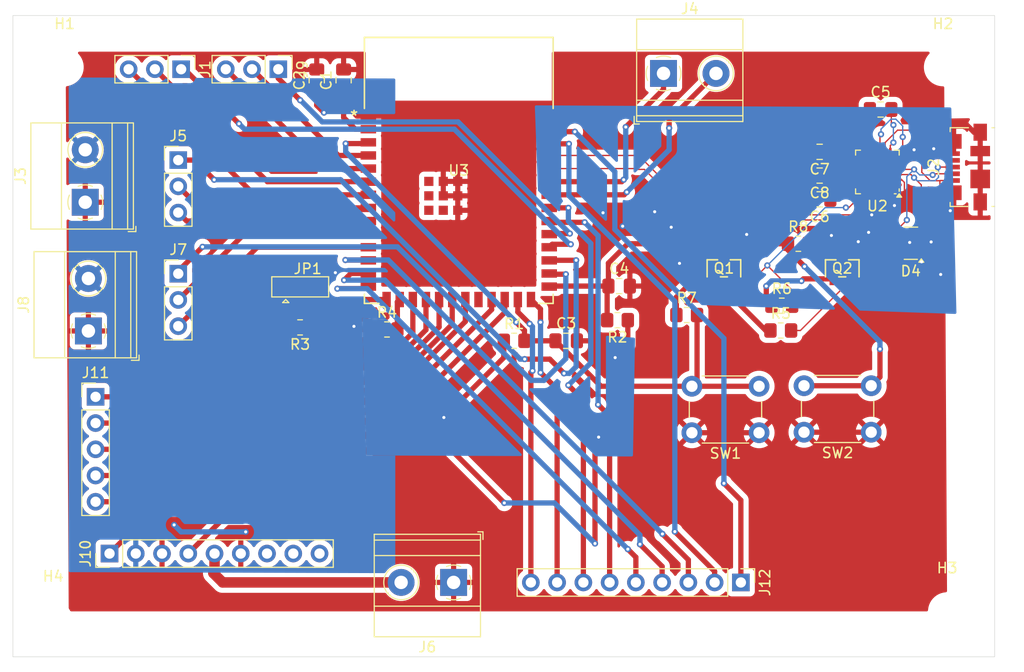
<source format=kicad_pcb>
(kicad_pcb (version 20240108) (generator "pcbnew") (generator_version "8.0")
  (layers (0 "F.Cu" signal) (31 "B.Cu" signal) (34 "B.Paste" user) (35 "F.Paste" user) (36 "B.SilkS" user "B.Silkscreen") (37 "F.SilkS" user "F.Silkscreen") (38 "B.Mask" user) (39 "F.Mask" user) (44 "Edge.Cuts" user))
  (net 0 "")
  (net 1 "+3V3")
  (net 2 "/CHIP_PU")
  (net 3 "/GPIO0_STRAPPING")
  (net 4 "Net-(U2-VPP)")
  (net 5 "+5V")
  (net 6 "GND")
  (net 7 "/MOTOR2ENA")
  (net 8 "/UWBINT")
  (net 9 "/MOTOR2ENB")
  (net 10 "/MOTOR3ENA")
  (net 11 "/D+")
  (net 12 "/D-")
  (net 13 "/MOTOR3ENB")
  (net 14 "/MOTOR4ENB")
  (net 16 "Net-(JP1-C)")
  (net 17 "/temp_Sensor")
  (net 20 "/pH_Sensor")
  (net 21 "/RTS")
  (net 22 "/DTR")
  (net 23 "/GPIO3_STRAPPING")
  (net 24 "/GPIO46_STRAPPING")
  (net 25 "/MOTOR4PWM")
  (net 26 "/MOTOR4ENA")
  (net 27 "/MOTOR1ENB")
  (net 28 "/Moisture_Sensor_Output")
  (net 29 "/MOTOR1ENA")
  (net 30 "/LINACT+")
  (net 31 "/GPIO19")
  (net 32 "/LINACT-")
  (net 33 "/GPIO1")
  (net 34 "/UWBMOSI")
  (net 35 "/GPIO45")
  (net 36 "/MOTOR1PWM")
  (net 37 "/GPIO39")
  (net 38 "/GPIO40")
  (net 39 "/RXD")
  (net 40 "/UWBMISO")
  (net 41 "/GPIO8")
  (net 42 "/GPIO20")
  (net 43 "/MOSITURE_SENSOR_OUTPUT")
  (net 44 "/MOTOR2PWM")
  (net 45 "/UWBCLK")
  (net 46 "/TXD")
  (net 47 "/UWBCS")
  (net 48 "/GPIO48")
  (net 49 "/MOTOR3PWM")
  (net 52 "/GPIO2")
  (net 62 "+VBUS")
  (net 63 "Net-(Q1-Pad1)")
  (net 64 "Net-(Q2-Pad1)")
  (net 65 "Net-(Q1-Pad3)")
  (net 66 "Net-(Q2-Pad3)")
  (net 67 "Net-(U2-VDD)")
  (net 68 "Net-(U2-REGIN)")
  (net 69 "VBUS")
  (footprint "TerminalBlock_Phoenix:TerminalBlock_Phoenix_MKDS-1,5-2-5.08_1x02_P5.08mm_Horizontal" (layer "F.Cu") (at 57.305 105.545 90)
    (property "Reference" "J8")
    (property "Value" "Screw_Terminal_01x02")
  )
  (footprint "Connector_PinHeader_2.54mm:PinHeader_1x03_P2.54mm_Vertical" (layer "F.Cu") (at 66.28 80.2 -90)
    (property "Reference" "J1")
    (property "Value" "Conn_01x03_Pin")
  )
  (footprint "ESP32 S3 WROOM 1 N16R8:ESP32-S3-WROOM-1_EXP" (layer "F.Cu") (at 93.1445 90)
    (property "Reference" "U3")
    (property "Value" "ESP32-S3-WROOM-1-N16R8")
  )
  (footprint "SS8050-G:TRAN_SS8050-G_CIP" (layer "F.Cu") (at 130.250001 99.479001)
    (property "Reference" "Q2")
    (property "Value" "SS8050-G")
  )
  (footprint "Capacitor_SMD:C_0805_2012Metric_Pad1.18x1.45mm_HandSolder" (layer "F.Cu") (at 103.5375 106.5)
    (property "Reference" "C3")
    (property "Value" "1 uF")
  )
  (footprint "SS8050-G:TRAN_SS8050-G_CIP" (layer "F.Cu") (at 118.8 99.479001)
    (property "Reference" "Q1")
    (property "Value" "SS8050-G")
  )
  (footprint "Connector_PinHeader_2.54mm:PinHeader_1x05_P2.54mm_Vertical" (layer "F.Cu") (at 58 111.925)
    (property "Reference" "J11")
    (property "Value" "UWB SIGNALS")
  )
  (footprint "Resistor_SMD:R_0805_2012Metric_Pad1.20x1.40mm_HandSolder" (layer "F.Cu") (at 98.5 106.5)
    (property "Reference" "R1")
    (property "Value" "100k")
  )
  (footprint "MountingHole:MountingHole_3.2mm_M3" (layer "F.Cu") (at 140 80)
    (property "Reference" "H2")
    (property "Value" "MountingHole")
  )
  (footprint "TerminalBlock_Phoenix:TerminalBlock_Phoenix_MKDS-1,5-2-5.08_1x02_P5.08mm_Horizontal" (layer "F.Cu") (at 92.645 129.895 180)
    (property "Reference" "J6")
    (property "Value" "Screw_Terminal_01x02")
  )
  (footprint "Capacitor_SMD:C_0805_2012Metric_Pad1.18x1.45mm_HandSolder" (layer "F.Cu") (at 128.0625 92.8 180)
    (property "Reference" "C6")
    (property "Value" "4.7uF")
  )
  (footprint "Capacitor_SMD:C_0805_2012Metric_Pad1.18x1.45mm_HandSolder" (layer "F.Cu") (at 79.4 81.2625 90)
    (property "Reference" "C2")
    (property "Value" "100 n")
  )
  (footprint "Jumper:SolderJumper-3_P2.0mm_Open_TrianglePad1.0x1.5mm" (layer "F.Cu") (at 77.8 101.3)
    (property "Reference" "JP1")
    (property "Value" "SolderJumper_3_Open")
  )
  (footprint "Capacitor_SMD:C_0805_2012Metric_Pad1.18x1.45mm_HandSolder" (layer "F.Cu") (at 82 81.2625 90)
    (property "Reference" "C1")
    (property "Value" "10 uF")
  )
  (footprint "Resistor_SMD:R_0805_2012Metric_Pad1.20x1.40mm_HandSolder" (layer "F.Cu") (at 124.4 103.1)
    (property "Reference" "R6")
    (property "Value" "10k")
  )
  (footprint "Package_TO_SOT_SMD:SOT-143" (layer "F.Cu") (at 136.9 97.05 180)
    (property "Reference" "D4")
    (property "Value" "SP0503BAHT")
  )
  (footprint "Resistor_SMD:R_0805_2012Metric" (layer "F.Cu") (at 77.7875 105.2 180)
    (property "Reference" "R3")
    (property "Value" "1k")
  )
  (footprint "TerminalBlock_Phoenix:TerminalBlock_Phoenix_MKDS-1,5-2-5.08_1x02_P5.08mm_Horizontal" (layer "F.Cu") (at 57 93.08 90)
    (property "Reference" "J3")
    (property "Value" "Moisture_Power")
  )
  (footprint "Resistor_SMD:R_0805_2012Metric_Pad1.20x1.40mm_HandSolder" (layer "F.Cu") (at 115.2 104)
    (property "Reference" "R7")
    (property "Value" "10k")
  )
  (footprint "Resistor_SMD:R_0805_2012Metric_Pad1.20x1.40mm_HandSolder" (layer "F.Cu") (at 86.2 105.4)
    (property "Reference" "R4")
    (property "Value" "1k")
  )
  (footprint "Connector_PinHeader_2.54mm:PinHeader_1x09_P2.54mm_Vertical" (layer "F.Cu") (at 120.44 129.9 -90)
    (property "Reference" "J12")
    (property "Value" "Conn_01x09_Pin")
  )
  (footprint "Connector_PinHeader_2.54mm:PinHeader_1x09_P2.54mm_Vertical" (layer "F.Cu") (at 59.35 127.1 90)
    (property "Reference" "J10")
    (property "Value" "SENSORS")
  )
  (footprint "Package_DFN_QFN:QFN-24-1EP_4x4mm_P0.5mm_EP2.6x2.6mm" (layer "F.Cu") (at 133.65 90.15 180)
    (property "Reference" "U2")
    (property "Value" "CP2104")
  )
  (footprint "Resistor_SMD:R_0805_2012Metric_Pad1.20x1.40mm_HandSolder" (layer "F.Cu") (at 124.3 105.5)
    (property "Reference" "R5")
    (property "Value" "10k")
  )
  (footprint "Connector_PinHeader_2.54mm:PinHeader_1x03_P2.54mm_Vertical" (layer "F.Cu") (at 75.68 80.2 -90)
    (property "Reference" "J9")
    (property "Value" "Conn_01x03_Pin")
  )
  (footprint "Resistor_SMD:R_0805_2012Metric_Pad1.20x1.40mm_HandSolder" (layer "F.Cu") (at 108.5 104.5 180)
    (property "Reference" "R2")
    (property "Value" "100k")
  )
  (footprint "Connector_PinHeader_2.54mm:PinHeader_1x03_P2.54mm_Vertical" (layer "F.Cu") (at 66 100)
    (property "Reference" "J7")
    (property "Value" "Conn_01x03_Pin")
  )
  (footprint "Connector_PinHeader_2.54mm:PinHeader_1x03_P2.54mm_Vertical" (layer "F.Cu") (at 66 89)
    (property "Reference" "J5")
    (property "Value" "Conn_01x03_Pin")
  )
  (footprint "MountingHole:MountingHole_3.2mm_M3" (layer "F.Cu") (at 140.4 132.7)
    (property "Reference" "H3")
    (property "Value" "MountingHole")
  )
  (footprint "Resistor_SMD:R_0805_2012Metric_Pad1.20x1.40mm_HandSolder" (layer "F.Cu") (at 126 97.1)
    (property "Reference" "R8")
    (property "Value" "10k")
  )
  (footprint "MountingHole:MountingHole_3.2mm_M3" (layer "F.Cu") (at 55 80)
    (property "Reference" "H1")
    (property "Value" "MountingHole")
  )
  (footprint "Button_Switch_THT:SW_PUSH_6mm_H5mm" (layer "F.Cu") (at 122.2 115.4 180)
    (property "Reference" "SW1")
    (property "Value" "SW_Push")
  )
  (footprint "Button_Switch_THT:SW_PUSH_6mm_H5mm" (layer "F.Cu") (at 133.05 115.35 180)
    (property "Reference" "SW2")
    (property "Value" "SW_Push")
  )
  (footprint "Capacitor_SMD:C_0805_2012Metric_Pad1.18x1.45mm_HandSolder" (layer "F.Cu") (at 128.0625 88.2 180)
    (property "Reference" "C7")
    (property "Value" "1-5uF")
  )
  (footprint "TerminalBlock_Phoenix:TerminalBlock_Phoenix_MKDS-1,5-2-5.08_1x02_P5.08mm_Horizontal" (layer "F.Cu") (at 112.955 80.605)
    (property "Reference" "J4")
    (property "Value" "LINEAR ACTUATOR SIGNAL")
  )
  (footprint "Capacitor_SMD:C_0805_2012Metric_Pad1.18x1.45mm_HandSolder" (layer "F.Cu") (at 128.0625 90.5 180)
    (property "Reference" "C8")
    (property "Value" "0.1uF")
  )
  (footprint "Capacitor_SMD:C_0805_2012Metric_Pad1.18x1.45mm_HandSolder" (layer "F.Cu") (at 108.6625 101.2)
    (property "Reference" "C4")
    (property "Value" "1 uF")
  )
  (footprint "Capacitor_SMD:C_0805_2012Metric_Pad1.18x1.45mm_HandSolder" (layer "F.Cu") (at 133.9625 84.1)
    (property "Reference" "C5")
    (property "Value" "1uF")
  )
  (footprint "Connector_USB:USB_Micro-B_Molex_47346-0001" (layer "F.Cu") (at 142.4 89.675 90)
    (property "Reference" "J2")
    (property "Value" "USB_B_Micro")
  )
  (footprint "MountingHole:MountingHole_3.2mm_M3" (layer "F.Cu") (at 53.9 133.5)
    (property "Reference" "H4")
    (property "Value" "MountingHole")
  )
  (gr_rect (start 50 75) (end 145 137.1) (stroke (width 0.05)) (fill none) (layer "Edge.Cuts"))
  (segment (start 91.7 113.925) (end 91.7 116.35) (width 0.508) (layer "F.Cu") (net 1))
  (segment (start 79.4 82.3) (end 79.4 83.7) (width 0.508) (layer "F.Cu") (net 1))
  (segment (start 97.5 108.125) (end 91.7 113.925) (width 0.508) (layer "F.Cu") (net 1))
  (segment (start 83.1372 86.01) (end 84.3945 86.01) (width 0.508) (layer "F.Cu") (net 1))
  (segment (start 106.325 116.175) (end 106.675 115.825) (width 0.508) (layer "F.Cu") (net 1))
  (segment (start 83.3 105.4) (end 83 105.1) (width 0.508) (layer "F.Cu") (net 1))
  (segment (start 97.5 106.5) (end 97.5 108.125) (width 0.508) (layer "F.Cu") (net 1))
  (segment (start 109.5 104.5) (end 109.5 106.9) (width 0.508) (layer "F.Cu") (net 1))
  (segment (start 82 84.8728) (end 83.1372 86.01) (width 0.508) (layer "F.Cu") (net 1))
  (segment (start 109.5 106.9) (end 108.275 108.125) (width 0.508) (layer "F.Cu") (net 1))
  (segment (start 81.2 99.9) (end 79.8 101.3) (width 0.508) (layer "F.Cu") (net 1))
  (segment (start 79.4 82.3) (end 82 82.3) (width 0.508) (layer "F.Cu") (net 1))
  (segment (start 106.325 126.125) (end 106.325 116.175) (width 0.508) (layer "F.Cu") (net 1))
  (segment (start 85.2 105.4) (end 83.3 105.4) (width 0.508) (layer "F.Cu") (net 1))
  (segment (start 79.4 83.7) (end 80.1 84.4) (width 0.508) (layer "F.Cu") (net 1))
  (segment (start 91.7 116.35) (end 97.55 122.2) (width 0.508) (layer "F.Cu") (net 1))
  (segment (start 82 82.3) (end 82 84.8728) (width 0.508) (layer "F.Cu") (net 1))
  (via (at 108.275 108.125) (size 0.6) (drill 0.3) (layers "F.Cu" "B.Cu") (net 1))
  (via (at 106.675 115.825) (size 0.6) (drill 0.3) (layers "F.Cu" "B.Cu") (net 1))
  (via (at 80.1 84.4) (size 0.6) (drill 0.3) (layers "F.Cu" "B.Cu") (net 1))
  (via (at 106.325 126.125) (size 0.6) (drill 0.3) (layers "F.Cu" "B.Cu") (net 1))
  (via (at 97.55 122.2) (size 0.6) (drill 0.3) (layers "F.Cu" "B.Cu") (net 1))
  (via (at 91.7 113.925) (size 0.6) (drill 0.3) (layers "F.Cu" "B.Cu") (net 1))
  (via (at 81.2 99.9) (size 0.6) (drill 0.3) (layers "F.Cu" "B.Cu") (net 1))
  (via (at 83 105.1) (size 0.6) (drill 0.3) (layers "F.Cu" "B.Cu") (net 1))
  (segment (start 108.275 114.225) (end 108.275 108.125) (width 0.508) (layer "B.Cu") (net 1))
  (segment (start 106.675 115.825) (end 108.275 114.225) (width 0.508) (layer "B.Cu") (net 1))
  (segment (start 102.4 122.2) (end 106.325 126.125) (width 0.508) (layer "B.Cu") (net 1))
  (segment (start 97.55 122.2) (end 102.4 122.2) (width 0.508) (layer "B.Cu") (net 1))
  (segment (start 106.9 110.9) (end 102.5 106.5) (width 0.508) (layer "F.Cu") (net 2))
  (segment (start 82.2 87.4) (end 84.2745 87.4) (width 0.508) (layer "F.Cu") (net 2))
  (segment (start 84.2745 87.4) (end 84.3945 87.28) (width 0.508) (layer "F.Cu") (net 2))
  (segment (start 99.5 105.5) (end 98.7 104.7) (width 0.508) (layer "F.Cu") (net 2))
  (segment (start 102.5 106.5) (end 99.5 106.5) (width 0.508) (layer "F.Cu") (net 2))
  (segment (start 99.5 106.5) (end 99.5 105.5) (width 0.508) (layer "F.Cu") (net 2))
  (segment (start 116.2 110.4) (end 115.7 110.9) (width 0.508) (layer "F.Cu") (net 2))
  (segment (start 115.7 110.9) (end 122.2 110.9) (width 0.508) (layer "F.Cu") (net 2))
  (segment (start 116.2 104) (end 116.2 110.4) (width 0.508) (layer "F.Cu") (net 2))
  (segment (start 115.7 110.9) (end 106.9 110.9) (width 0.508) (layer "F.Cu") (net 2))
  (via (at 98.7 104.7) (size 0.6) (drill 0.3) (layers "F.Cu" "B.Cu") (net 2))
  (via (at 82.2 87.4) (size 0.6) (drill 0.3) (layers "F.Cu" "B.Cu") (net 2))
  (segment (start 82.2 88.2) (end 82.2 87.4) (width 0.508) (layer "B.Cu") (net 2))
  (segment (start 98.7 104.7) (end 82.2 88.2) (width 0.508) (layer "B.Cu") (net 2))
  (segment (start 107.5 101.325) (end 107.625 101.2) (width 0.508) (layer "F.Cu") (net 3))
  (segment (start 109.5 97.1) (end 107.625 98.975) (width 0.508) (layer "F.Cu") (net 3))
  (segment (start 125 97.7) (end 126.6 99.3) (width 0.508) (layer "F.Cu") (net 3))
  (segment (start 125 97.1) (end 109.5 97.1) (width 0.508) (layer "F.Cu") (net 3))
  (segment (start 133.9 107.3) (end 133.9 110) (width 0.508) (layer "F.Cu") (net 3))
  (segment (start 101.9445 101.2) (end 101.8945 101.25) (width 0.508) (layer "F.Cu") (net 3))
  (segment (start 107.5 104.5) (end 107.5 101.325) (width 0.508) (layer "F.Cu") (net 3))
  (segment (start 133.9 110) (end 133.05 110.85) (width 0.508) (layer "F.Cu") (net 3))
  (segment (start 126.55 110.85) (end 133.05 110.85) (width 0.508) (layer "F.Cu") (net 3))
  (segment (start 107.625 98.975) (end 107.625 101.2) (width 0.508) (layer "F.Cu") (net 3))
  (segment (start 125 97.1) (end 125 97.7) (width 0.508) (layer "F.Cu") (net 3))
  (segment (start 107.625 101.2) (end 101.9445 101.2) (width 0.508) (layer "F.Cu") (net 3))
  (via (at 133.9 107.3) (size 0.6) (drill 0.3) (layers "F.Cu" "B.Cu") (net 3))
  (via (at 126.6 99.3) (size 0.6) (drill 0.3) (layers "F.Cu" "B.Cu") (net 3))
  (segment (start 133.9 106.6) (end 133.9 107.3) (width 0.508) (layer "B.Cu") (net 3))
  (segment (start 126.6 99.3) (end 133.9 106.6) (width 0.508) (layer "B.Cu") (net 3))
  (segment (start 129.1 92.8) (end 129.1 92.075) (width 0.127) (layer "F.Cu") (net 4))
  (segment (start 129.1 92.075) (end 130.775 90.4) (width 0.127) (layer "F.Cu") (net 4))
  (segment (start 130.775 90.4) (end 131.7125 90.4) (width 0.127) (layer "F.Cu") (net 4))
  (segment (start 69.51 128.89) (end 69.51 127.1) (width 1.016) (layer "F.Cu") (net 5))
  (segment (start 69.4 129) (end 69.51 128.89) (width 1.016) (layer "F.Cu") (net 5))
  (segment (start 70.295 129.895) (end 69.4 129) (width 1.016) (layer "F.Cu") (net 5))
  (segment (start 87.565 129.895) (end 70.295 129.895) (width 1.016) (layer "F.Cu") (net 5))
  (segment (start 135.999999 90.9) (end 136.2635 91.163501) (width 0.127) (layer "F.Cu") (net 6))
  (segment (start 143.6 86.3) (end 143 86.3) (width 0.508) (layer "F.Cu") (net 6))
  (segment (start 140.94 88.375) (end 139.575 88.375) (width 0.127) (layer "F.Cu") (net 6))
  (segment (start 134.4 90.9) (end 133.65 90.15) (width 0.127) (layer "F.Cu") (net 6))
  (segment (start 136.2635 91.163501) (end 136.2635 92.4365) (width 0.127) (layer "F.Cu") (net 6))
  (segment (start 136.2635 92.4365) (end 135.3 93.4) (width 0.127) (layer "F.Cu") (net 6))
  (segment (start 139.775 100.075) (end 140.7 99.15) (width 0.508) (layer "F.Cu") (net 6))
  (segment (start 139.025 86.175) (end 139.025 87.825) (width 0.508) (layer "F.Cu") (net 6))
  (segment (start 126.55 115.35) (end 133.05 115.35) (width 0.508) (layer "F.Cu") (net 6))
  (segment (start 139.775 85.425) (end 139.025 86.175) (width 0.508) (layer "F.Cu") (net 6))
  (segment (start 135.5875 90.9) (end 135.999999 90.9) (width 0.127) (layer "F.Cu") (net 6))
  (segment (start 141.025 92.1625) (end 141.025 93.575) (width 0.508) (layer "F.Cu") (net 6))
  (segment (start 141.025 93.575) (end 140.7 93.9) (width 0.508) (layer "F.Cu") (net 6))
  (segment (start 143 86.3) (end 142.125 85.425) (width 0.508) (layer "F.Cu") (net 6))
  (segment (start 142.125 85.425) (end 139.775 85.425) (width 0.508) (layer "F.Cu") (net 6))
  (segment (start 115.7 115.4) (end 122.2 115.4) (width 0.508) (layer "F.Cu") (net 6))
  (segment (start 139.575 88.375) (end 139.1 87.9) (width 0.127) (layer "F.Cu") (net 6))
  (segment (start 139.025 87.825) (end 139.1 87.9) (width 0.508) (layer "F.Cu") (net 6))
  (segment (start 140.7 99.15) (end 140.7 93.9) (width 0.508) (layer "F.Cu") (net 6))
  (segment (start 135.5875 90.9) (end 134.4 90.9) (width 0.127) (layer "F.Cu") (net 6))
  (via (at 135.3 93.4) (size 0.6) (drill 0.3) (layers "F.Cu" "B.Cu") (net 6))
  (via (at 109 95.4) (size 0.6) (drill 0.3) (layers "F.Cu" "B.Cu") (net 6))
  (via (at 107.1 94.1) (size 0.6) (drill 0.3) (layers "F.Cu" "B.Cu") (net 6))
  (via (at 72.525 125) (size 0.6) (drill 0.3) (layers "F.Cu" "B.Cu") (net 6))
  (via (at 129.2 96.3) (size 0.6) (drill 0.3) (layers "F.Cu" "B.Cu") (net 6))
  (via (at 136.775 96.975) (size 0.6) (drill 0.3) (layers "F.Cu" "B.Cu") (net 6))
  (via (at 132.8 96) (size 0.6) (drill 0.3) (layers "F.Cu" "B.Cu") (net 6))
  (via (at 139.1 87.9) (size 0.6) (drill 0.3) (layers "F.Cu" "B.Cu") (net 6))
  (via (at 137.925 98.85) (size 0.6) (drill 0.3) (layers "F.Cu" "B.Cu") (net 6))
  (via (at 140.7 93.9) (size 0.6) (drill 0.3) (layers "F.Cu" "B.Cu") (net 6))
  (via (at 114.5 99) (size 0.6) (drill 0.3) (layers "F.Cu" "B.Cu") (net 6))
  (via (at 138.85 96.925) (size 0.6) (drill 0.3) (layers "F.Cu" "B.Cu") (net 6))
  (via (at 113.7 95.5) (size 0.6) (drill 0.3) (layers "F.Cu" "B.Cu") (net 6))
  (via (at 121 96.2) (size 0.6) (drill 0.3) (layers "F.Cu" "B.Cu") (net 6))
  (via (at 139.775 100.075) (size 0.6) (drill 0.3) (layers "F.Cu" "B.Cu") (net 6))
  (via (at 137.2 88) (size 0.6) (drill 0.3) (layers "F.Cu" "B.Cu") (net 6))
  (via (at 112.1 94) (size 0.6) (drill 0.3) (layers "F.Cu" "B.Cu") (net 6))
  (via (at 131.8 96.9) (size 0.6) (drill 0.3) (layers "F.Cu" "B.Cu") (net 6))
  (via (at 65.6 124.325) (size 0.6) (drill 0.3) (layers "F.Cu" "B.Cu") (net 6))
  (via (at 133.1 94.3) (size 0.6) (drill 0.3) (layers "F.Cu" "B.Cu") (net 6))
  (segment (start 66.275 125) (end 72.525 125) (width 0.508) (layer "B.Cu") (net 6))
  (segment (start 113.7 98.2) (end 114.5 99) (width 0.508) (layer "B.Cu") (net 6))
  (segment (start 65.6 124.325) (end 66.275 125) (width 0.508) (layer "B.Cu") (net 6))
  (segment (start 113.7 95.5) (end 113.7 98.2) (width 0.508) (layer "B.Cu") (net 6))
  (segment (start 74.63 91.09) (end 84.3945 91.09) (width 0.508) (layer "F.Cu") (net 7))
  (segment (start 63.74 80.2) (end 74.63 91.09) (width 0.508) (layer "F.Cu") (net 7))
  (segment (start 58 122.085) (end 76.32259 122.085) (width 0.508) (layer "F.Cu") (net 8))
  (segment (start 93.7795 104.62809) (end 93.7795 102.5) (width 0.508) (layer "F.Cu") (net 8))
  (segment (start 76.32259 122.085) (end 93.7795 104.62809) (width 0.508) (layer "F.Cu") (net 8))
  (segment (start 61.2 80.2) (end 73.36 92.36) (width 0.508) (layer "F.Cu") (net 9))
  (segment (start 73.36 92.36) (end 84.3945 92.36) (width 0.508) (layer "F.Cu") (net 9))
  (segment (start 66 91.54) (end 68.09 93.63) (width 0.508) (layer "F.Cu") (net 10))
  (segment (start 68.09 93.63) (end 84.3945 93.63) (width 0.508) (layer "F.Cu") (net 10))
  (segment (start 136.9 90.4) (end 135.5875 90.4) (width 0.127) (layer "F.Cu") (net 11))
  (segment (start 140.94 89.675) (end 139.525 89.675) (width 0.127) (layer "F.Cu") (net 11))
  (segment (start 137.2 90.7) (end 137.9 91.4) (width 0.127) (layer "F.Cu") (net 11))
  (segment (start 139.525 89.675) (end 139.5 89.7) (width 0.127) (layer "F.Cu") (net 11))
  (segment (start 137.2 90.7) (end 136.9 90.4) (width 0.127) (layer "F.Cu") (net 11))
  (segment (start 137.9 91.4) (end 137.9 96.1) (width 0.127) (layer "F.Cu") (net 11))
  (via (at 139.5 89.7) (size 0.6) (drill 0.3) (layers "F.Cu" "B.Cu") (net 11))
  (via (at 137.2 90.7) (size 0.6) (drill 0.3) (layers "F.Cu" "B.Cu") (net 11))
  (segment (start 139.5 89.7) (end 139.5635 89.7635) (width 0.127) (layer "B.Cu") (net 11))
  (segment (start 137.5 91) (end 137.2 90.7) (width 0.127) (layer "B.Cu") (net 11))
  (segment (start 139.23341 91) (end 137.5 91) (width 0.127) (layer "B.Cu") (net 11))
  (segment (start 139.5635 89.7635) (end 139.5635 90.66991) (width 0.127) (layer "B.Cu") (net 11))
  (segment (start 139.5635 90.66991) (end 139.23341 91) (width 0.127) (layer "B.Cu") (net 11))
  (segment (start 137.2 89.9) (end 135.5875 89.9) (width 0.127) (layer "F.Cu") (net 12))
  (segment (start 139.1115 90.325) (end 139 90.4365) (width 0.127) (layer "F.Cu") (net 12))
  (segment (start 140.94 90.325) (end 139.1115 90.325) (width 0.127) (layer "F.Cu") (net 12))
  (segment (start 135.9 95.4) (end 135.9 96.1) (width 0.127) (layer "F.Cu") (net 12))
  (segment (start 136.5 94.8) (end 135.9 95.4) (width 0.127) (layer "F.Cu") (net 12))
  (via (at 139 90.4365) (size 0.6) (drill 0.3) (layers "F.Cu" "B.Cu") (net 12))
  (via (at 136.5 94.8) (size 0.6) (drill 0.3) (layers "F.Cu" "B.Cu") (net 12))
  (via (at 137.2 89.9) (size 0.6) (drill 0.3) (layers "F.Cu" "B.Cu") (net 12))
  (segment (start 137.7365 90.4365) (end 137.2 89.9) (width 0.127) (layer "B.Cu") (net 12))
  (segment (start 137.2 89.9) (end 136.5 90.6) (width 0.127) (layer "B.Cu") (net 12))
  (segment (start 139 90.4365) (end 137.7365 90.4365) (width 0.127) (layer "B.Cu") (net 12))
  (segment (start 136.5 90.6) (end 136.5 94.8) (width 0.127) (layer "B.Cu") (net 12))
  (segment (start 66 94.08) (end 66.82 94.9) (width 0.508) (layer "F.Cu") (net 13))
  (segment (start 66.82 94.9) (end 84.3945 94.9) (width 0.508) (layer "F.Cu") (net 13))
  (segment (start 73.64 97.44) (end 84.3945 97.44) (width 0.508) (layer "F.Cu") (net 14))
  (segment (start 66 105.08) (end 73.64 97.44) (width 0.508) (layer "F.Cu") (net 14))
  (segment (start 78 102.7) (end 77.8 102.5) (width 0.508) (layer "F.Cu") (net 16))
  (segment (start 76.875 104.225) (end 78 103.1) (width 0.508) (layer "F.Cu") (net 16))
  (segment (start 78 103.1) (end 78 102.7) (width 0.508) (layer "F.Cu") (net 16))
  (segment (start 76.875 105.2) (end 76.875 104.225) (width 0.508) (layer "F.Cu") (net 16))
  (segment (start 77.8 102.5) (end 77.8 101.3) (width 0.508) (layer "F.Cu") (net 16))
  (segment (start 66.97 127.1) (end 70.495 123.575) (width 0.508) (layer "F.Cu") (net 17))
  (segment (start 70.495 123.575) (end 77.7718 123.575) (width 0.508) (layer "F.Cu") (net 17))
  (segment (start 77.7718 123.575) (end 97.5895 103.7573) (width 0.508) (layer "F.Cu") (net 17))
  (segment (start 97.5895 103.7573) (end 97.5895 102.5) (width 0.508) (layer "F.Cu") (net 17))
  (segment (start 96.3195 103.4805) (end 96.3195 102.5) (width 0.508) (layer "F.Cu") (net 20))
  (segment (start 59.35 127.1) (end 63.657 122.793) (width 0.508) (layer "F.Cu") (net 20))
  (segment (start 63.657 122.793) (end 77.007 122.793) (width 0.508) (layer "F.Cu") (net 20))
  (segment (start 77.007 122.793) (end 96.3195 103.4805) (width 0.508) (layer "F.Cu") (net 20))
  (segment (start 121.7 100.5) (end 119.750001 100.5) (width 0.127) (layer "F.Cu") (net 21))
  (segment (start 130.8875 93.6) (end 130.6 93.6) (width 0.127) (layer "F.Cu") (net 21))
  (segment (start 123 99.2) (end 125.4 101.6) (width 0.127) (layer "F.Cu") (net 21))
  (segment (start 123 99.2) (end 121.7 100.5) (width 0.127) (layer "F.Cu") (net 21))
  (segment (start 132.4 92.0875) (end 130.8875 93.6) (width 0.127) (layer "F.Cu") (net 21))
  (segment (start 125.4 101.6) (end 125.4 103.1) (width 0.127) (layer "F.Cu") (net 21))
  (via (at 123 99.2) (size 0.6) (drill 0.3) (layers "F.Cu" "B.Cu") (net 21))
  (via (at 130.6 93.6) (size 0.6) (drill 0.3) (layers "F.Cu" "B.Cu") (net 21))
  (segment (start 130.6 93.6) (end 128.6 93.6) (width 0.127) (layer "B.Cu") (net 21))
  (segment (start 128.6 93.6) (end 123 99.2) (width 0.127) (layer "B.Cu") (net 21))
  (segment (start 134.4 92.0875) (end 134.4 97.300002) (width 0.127) (layer "F.Cu") (net 22))
  (segment (start 126.200002 105.5) (end 125.3 105.5) (width 0.127) (layer "F.Cu") (net 22))
  (segment (start 134.4 97.300002) (end 131.200002 100.5) (width 0.127) (layer "F.Cu") (net 22))
  (segment (start 131.200002 100.5) (end 126.200002 105.5) (width 0.127) (layer "F.Cu") (net 22))
  (segment (start 79.7 105.2) (end 82.4 102.5) (width 0.508) (layer "F.Cu") (net 23))
  (segment (start 78.7 105.2) (end 79.7 105.2) (width 0.508) (layer "F.Cu") (net 23))
  (segment (start 82.4 102.5) (end 86.1595 102.5) (width 0.508) (layer "F.Cu") (net 23))
  (segment (start 87.2 105.4) (end 87.2 102.7295) (width 0.508) (layer "F.Cu") (net 24))
  (segment (start 87.2 102.7295) (end 87.4295 102.5) (width 0.508) (layer "F.Cu") (net 24))
  (segment (start 101.9645 100.05) (end 101.8945 99.98) (width 0.508) (layer "F.Cu") (net 25))
  (segment (start 103.5 100.05) (end 101.9645 100.05) (width 0.508) (layer "F.Cu") (net 25))
  (segment (start 66 99.75) (end 68.35 97.4) (width 0.508) (layer "F.Cu") (net 25))
  (segment (start 66 100) (end 66 99.75) (width 0.508) (layer "F.Cu") (net 25))
  (via (at 68.35 97.4) (size 0.6) (drill 0.3) (layers "F.Cu" "B.Cu") (net 25))
  (via (at 103.5 100.05) (size 0.6) (drill 0.3) (layers "F.Cu" "B.Cu") (net 25))
  (segment (start 100.136227 110.327545) (end 101.397455 110.327545) (width 0.508) (layer "B.Cu") (net 25))
  (segment (start 101.397455 110.327545) (end 103.5 108.225) (width 0.508) (layer "B.Cu") (net 25))
  (segment (start 103.5 108.225) (end 103.5 100.05) (width 0.508) (layer "B.Cu") (net 25))
  (segment (start 68.35 97.4) (end 87.208682 97.4) (width 0.508) (layer "B.Cu") (net 25))
  (segment (start 87.208682 97.4) (end 100.136227 110.327545) (width 0.508) (layer "B.Cu") (net 25))
  (segment (start 72.37 96.17) (end 84.3945 96.17) (width 0.508) (layer "F.Cu") (net 26))
  (segment (start 66 102.54) (end 72.37 96.17) (width 0.508) (layer "F.Cu") (net 26))
  (segment (start 80.22 89.82) (end 84.3945 89.82) (width 0.508) (layer "F.Cu") (net 27))
  (segment (start 70.6 80.2) (end 80.22 89.82) (width 0.508) (layer "F.Cu") (net 27))
  (segment (start 81.49 88.55) (end 84.3945 88.55) (width 0.508) (layer "F.Cu") (net 29))
  (segment (start 73.14 80.2) (end 81.49 88.55) (width 0.508) (layer "F.Cu") (net 29))
  (segment (start 112.955 82.145) (end 109.3 85.8) (width 0.508) (layer "F.Cu") (net 30))
  (segment (start 112.955 80.605) (end 112.955 82.145) (width 0.508) (layer "F.Cu") (net 30))
  (segment (start 109.1 90.9) (end 108.91 91.09) (width 0.508) (layer "F.Cu") (net 30))
  (segment (start 108.91 91.09) (end 101.8945 91.09) (width 0.508) (layer "F.Cu") (net 30))
  (via (at 109.1 90.9) (size 0.6) (drill 0.3) (layers "F.Cu" "B.Cu") (net 30))
  (via (at 109.3 85.8) (size 0.6) (drill 0.3) (layers "F.Cu" "B.Cu") (net 30))
  (segment (start 109.3 90.7) (end 109.1 90.9) (width 0.508) (layer "B.Cu") (net 30))
  (segment (start 109.3 85.8) (end 109.3 90.7) (width 0.508) (layer "B.Cu") (net 30))
  (segment (start 82.05 100.625) (end 82.695 99.98) (width 0.508) (layer "F.Cu") (net 31))
  (segment (start 82.695 99.98) (end 84.3945 99.98) (width 0.508) (layer "F.Cu") (net 31))
  (segment (start 112.82 129.9) (end 112.82 128.345) (width 0.508) (layer "F.Cu") (net 31))
  (segment (start 112.82 128.345) (end 110.675 126.2) (width 0.508) (layer "F.Cu") (net 31))
  (via (at 110.675 126.2) (size 0.6) (drill 0.3) (layers "F.Cu" "B.Cu") (net 31))
  (via (at 82.05 100.625) (size 0.6) (drill 0.3) (layers "F.Cu" "B.Cu") (net 31))
  (segment (start 110.675 126.2) (end 110.675 125.308682) (width 0.508) (layer "B.Cu") (net 31))
  (segment (start 110.675 125.308682) (end 85.991318 100.625) (width 0.508) (layer "B.Cu") (net 31))
  (segment (start 85.991318 100.625) (end 82.05 100.625) (width 0.508) (layer "B.Cu") (net 31))
  (segment (start 109.14 92.36) (end 101.8945 92.36) (width 0.508) (layer "F.Cu") (net 32))
  (segment (start 118.035 80.605) (end 113.5 85.14) (width 0.508) (layer "F.Cu") (net 32))
  (segment (start 113.5 85.14) (end 113.5 85.9) (width 0.508) (layer "F.Cu") (net 32))
  (segment (start 109.4 92.1) (end 109.14 92.36) (width 0.508) (layer "F.Cu") (net 32))
  (via (at 113.5 85.9) (size 0.6) (drill 0.3) (layers "F.Cu" "B.Cu") (net 32))
  (via (at 109.4 92.1) (size 0.6) (drill 0.3) (layers "F.Cu" "B.Cu") (net 32))
  (segment (start 113.5 85.9) (end 113.5 88) (width 0.508) (layer "B.Cu") (net 32))
  (segment (start 113.5 88) (end 109.4 92.1) (width 0.508) (layer "B.Cu") (net 32))
  (segment (start 102.1345 86.25) (end 101.8945 86.01) (width 0.508) (layer "F.Cu") (net 33))
  (segment (start 104.375 86.25) (end 102.1345 86.25) (width 0.508) (layer "F.Cu") (net 33))
  (segment (start 120.44 121.94) (end 118.8 120.3) (width 0.508) (layer "F.Cu") (net 33))
  (segment (start 120.44 129.9) (end 120.44 121.94) (width 0.508) (layer "F.Cu") (net 33))
  (via (at 104.375 86.25) (size 0.6) (drill 0.3) (layers "F.Cu" "B.Cu") (net 33))
  (via (at 118.8 120.3) (size 0.6) (drill 0.3) (layers "F.Cu" "B.Cu") (net 33))
  (segment (start 118.8 120.3) (end 118.8 106.266318) (width 0.508) (layer "B.Cu") (net 33))
  (segment (start 108.246 95.712318) (end 108.246 90.121) (width 0.508) (layer "B.Cu") (net 33))
  (segment (start 118.8 106.266318) (end 108.246 95.712318) (width 0.508) (layer "B.Cu") (net 33))
  (segment (start 108.246 90.121) (end 104.375 86.25) (width 0.508) (layer "B.Cu") (net 33))
  (segment (start 58 111.925) (end 82.477534 111.925) (width 0.508) (layer "F.Cu") (net 34))
  (segment (start 88.6995 105.703034) (end 88.6995 102.5) (width 0.508) (layer "F.Cu") (net 34))
  (segment (start 82.477534 111.925) (end 88.6995 105.703034) (width 0.508) (layer "F.Cu") (net 34))
  (segment (start 101.05 103.4205) (end 100.1295 102.5) (width 0.508) (layer "F.Cu") (net 35))
  (segment (start 102.66 129.9) (end 102.66 111.177593) (width 0.508) (layer "F.Cu") (net 35))
  (segment (start 102.66 111.177593) (end 101.055952 109.573545) (width 0.508) (layer "F.Cu") (net 35))
  (segment (start 101.05 104.7) (end 101.05 103.4205) (width 0.508) (layer "F.Cu") (net 35))
  (via (at 101.055952 109.573545) (size 0.6) (drill 0.3) (layers "F.Cu" "B.Cu") (net 35))
  (via (at 101.05 104.7) (size 0.6) (drill 0.3) (layers "F.Cu" "B.Cu") (net 35))
  (segment (start 101.055952 104.705952) (end 101.05 104.7) (width 0.508) (layer "B.Cu") (net 35))
  (segment (start 101.055952 109.573545) (end 101.055952 104.705952) (width 0.508) (layer "B.Cu") (net 35))
  (segment (start 101.952341 96.112159) (end 101.8945 96.17) (width 0.508) (layer "F.Cu") (net 36))
  (segment (start 75.68 81.08) (end 77.8 83.2) (width 0.508) (layer "F.Cu") (net 36))
  (segment (start 103.887841 96.112159) (end 101.952341 96.112159) (width 0.508) (layer "F.Cu") (net 36))
  (segment (start 75.68 80.2) (end 75.68 81.08) (width 0.508) (layer "F.Cu") (net 36))
  (via (at 103.887841 96.112159) (size 0.6) (drill 0.3) (layers "F.Cu" "B.Cu") (net 36))
  (via (at 77.8 83.2) (size 0.6) (drill 0.3) (layers "F.Cu" "B.Cu") (net 36))
  (segment (start 83.375 85.3) (end 93.075682 85.3) (width 0.508) (layer "B.Cu") (net 36))
  (segment (start 77.8 83.2) (end 77.833682 83.2) (width 0.508) (layer "B.Cu") (net 36))
  (segment (start 79.933682 85.3) (end 83.375 85.3) (width 0.508) (layer "B.Cu") (net 36))
  (segment (start 77.833682 83.2) (end 79.933682 85.3) (width 0.508) (layer "B.Cu") (net 36))
  (segment (start 93.075682 85.3) (end 103.887841 96.112159) (width 0.508) (layer "B.Cu") (net 36))
  (segment (start 107.74 113.79) (end 106.625 112.675) (width 0.508) (layer "F.Cu") (net 37))
  (segment (start 102.0195 95.025) (end 101.8945 94.9) (width 0.508) (layer "F.Cu") (net 37))
  (segment (start 105.325 95.025) (end 102.0195 95.025) (width 0.508) (layer "F.Cu") (net 37))
  (segment (start 107.74 129.9) (end 107.74 113.79) (width 0.508) (layer "F.Cu") (net 37))
  (via (at 105.325 95.025) (size 0.6) (drill 0.3) (layers "F.Cu" "B.Cu") (net 37))
  (via (at 106.625 112.675) (size 0.6) (drill 0.3) (layers "F.Cu" "B.Cu") (net 37))
  (segment (start 106.625 112.675) (end 106.625 96.325) (width 0.508) (layer "B.Cu") (net 37))
  (segment (start 106.625 96.325) (end 105.325 95.025) (width 0.508) (layer "B.Cu") (net 37))
  (segment (start 105.2 112.25) (end 103.75 110.8) (width 0.508) (layer "F.Cu") (net 38))
  (segment (start 101.8995 93.625) (end 101.8945 93.63) (width 0.508) (layer "F.Cu") (net 38))
  (segment (start 105.2 129.9) (end 105.2 112.25) (width 0.508) (layer "F.Cu") (net 38))
  (segment (start 103.75 93.625) (end 101.8995 93.625) (width 0.508) (layer "F.Cu") (net 38))
  (via (at 103.75 110.8) (size 0.6) (drill 0.3) (layers "F.Cu" "B.Cu") (net 38))
  (via (at 103.75 93.625) (size 0.6) (drill 0.3) (layers "F.Cu" "B.Cu") (net 38))
  (segment (start 103.75 94.908) (end 105.917 97.075) (width 0.508) (layer "B.Cu") (net 38))
  (segment (start 105.917 97.075) (end 105.917 108.633) (width 0.508) (layer "B.Cu") (net 38))
  (segment (start 105.917 108.633) (end 103.75 110.8) (width 0.508) (layer "B.Cu") (net 38))
  (segment (start 103.75 93.625) (end 103.75 94.908) (width 0.508) (layer "B.Cu") (net 38))
  (segment (start 131.099999 94.3) (end 116.3 94.3) (width 0.127) (layer "F.Cu") (net 39))
  (segment (start 110.55 88.55) (end 101.8945 88.55) (width 0.127) (layer "F.Cu") (net 39))
  (segment (start 132.9 92.0875) (end 132.9 92.499999) (width 0.127) (layer "F.Cu") (net 39))
  (segment (start 132.9 92.499999) (end 131.099999 94.3) (width 0.127) (layer "F.Cu") (net 39))
  (segment (start 116.3 94.3) (end 110.55 88.55) (width 0.127) (layer "F.Cu") (net 39))
  (segment (start 58 117.005) (end 79.400062 117.005) (width 0.508) (layer "F.Cu") (net 40))
  (segment (start 79.400062 117.005) (end 91.2395 105.165562) (width 0.508) (layer "F.Cu") (net 40))
  (segment (start 91.2395 105.165562) (end 91.2395 102.5) (width 0.508) (layer "F.Cu") (net 40))
  (segment (start 115.36 127.71) (end 112.85 125.2) (width 0.508) (layer "F.Cu") (net 41))
  (segment (start 115.36 129.9) (end 115.36 127.71) (width 0.508) (layer "F.Cu") (net 41))
  (segment (start 84.3595 98.675) (end 84.3945 98.71) (width 0.508) (layer "F.Cu") (net 41))
  (segment (start 82.175 98.675) (end 84.3595 98.675) (width 0.508) (layer "F.Cu") (net 41))
  (via (at 112.85 125.2) (size 0.6) (drill 0.3) (layers "F.Cu" "B.Cu") (net 41))
  (via (at 82.175 98.675) (size 0.6) (drill 0.3) (layers "F.Cu" "B.Cu") (net 41))
  (segment (start 112.85 125.2) (end 86.325 98.675) (width 0.508) (layer "B.Cu") (net 41))
  (segment (start 86.325 98.675) (end 82.175 98.675) (width 0.508) (layer "B.Cu") (net 41))
  (segment (start 110.28 129.9) (end 110.28 127.455) (width 0.508) (layer "F.Cu") (net 42))
  (segment (start 81.4 101.45) (end 84.1945 101.45) (width 0.508) (layer "F.Cu") (net 42))
  (segment (start 84.1945 101.45) (end 84.3945 101.25) (width 0.508) (layer "F.Cu") (net 42))
  (segment (start 110.28 127.455) (end 109.5 126.675) (width 0.508) (layer "F.Cu") (net 42))
  (via (at 109.5 126.675) (size 0.6) (drill 0.3) (layers "F.Cu" "B.Cu") (net 42))
  (via (at 81.4 101.45) (size 0.6) (drill 0.3) (layers "F.Cu" "B.Cu") (net 42))
  (segment (start 109.5 126.675) (end 84.275 101.45) (width 0.508) (layer "B.Cu") (net 42))
  (segment (start 84.275 101.45) (end 81.4 101.45) (width 0.508) (layer "B.Cu") (net 42))
  (segment (start 66.6 80.2) (end 71.875 85.475) (width 0.508) (layer "F.Cu") (net 44))
  (segment (start 103.975 97.15) (end 102.1845 97.15) (width 0.508) (layer "F.Cu") (net 44))
  (segment (start 102.1845 97.15) (end 101.8945 97.44) (width 0.508) (layer "F.Cu") (net 44))
  (segment (start 66.28 80.2) (end 66.6 80.2) (width 0.508) (layer "F.Cu") (net 44))
  (via (at 71.875 85.475) (size 0.6) (drill 0.3) (layers "F.Cu" "B.Cu") (net 44))
  (via (at 103.975 97.15) (size 0.6) (drill 0.3) (layers "F.Cu" "B.Cu") (net 44))
  (segment (start 72.408 86.008) (end 92.717364 86.008) (width 0.508) (layer "B.Cu") (net 44))
  (segment (start 103.859364 97.15) (end 103.975 97.15) (width 0.508) (layer "B.Cu") (net 44))
  (segment (start 92.717364 86.008) (end 103.859364 97.15) (width 0.508) (layer "B.Cu") (net 44))
  (segment (start 71.875 85.475) (end 72.408 86.008) (width 0.508) (layer "B.Cu") (net 44))
  (segment (start 58 114.465) (end 80.938798 114.465) (width 0.508) (layer "F.Cu") (net 45))
  (segment (start 89.9695 105.434298) (end 89.9695 102.5) (width 0.508) (layer "F.Cu") (net 45))
  (segment (start 80.938798 114.465) (end 89.9695 105.434298) (width 0.508) (layer "F.Cu") (net 45))
  (segment (start 110.22 89.82) (end 101.8945 89.82) (width 0.127) (layer "F.Cu") (net 46))
  (segment (start 116 94.8) (end 111.1 89.9) (width 0.127) (layer "F.Cu") (net 46))
  (segment (start 111.1 89.9) (end 110.3 89.9) (width 0.127) (layer "F.Cu") (net 46))
  (segment (start 131.099999 94.8) (end 116 94.8) (width 0.127) (layer "F.Cu") (net 46))
  (segment (start 133.4 92.0875) (end 133.4 92.499999) (width 0.127) (layer "F.Cu") (net 46))
  (segment (start 110.3 89.9) (end 110.22 89.82) (width 0.127) (layer "F.Cu") (net 46))
  (segment (start 133.4 92.499999) (end 131.099999 94.8) (width 0.127) (layer "F.Cu") (net 46))
  (segment (start 58 119.545) (end 77.861326 119.545) (width 0.508) (layer "F.Cu") (net 47))
  (segment (start 92.5095 104.896826) (end 92.5095 102.5) (width 0.508) (layer "F.Cu") (net 47))
  (segment (start 77.861326 119.545) (end 92.5095 104.896826) (width 0.508) (layer "F.Cu") (net 47))
  (segment (start 100 104.85) (end 98.8595 103.7095) (width 0.508) (layer "F.Cu") (net 48))
  (segment (start 100.12 109.555) (end 100.275 109.4) (width 0.508) (layer "F.Cu") (net 48))
  (segment (start 100.12 129.9) (end 100.12 109.555) (width 0.508) (layer "F.Cu") (net 48))
  (segment (start 98.8595 103.7095) (end 98.8595 102.5) (width 0.508) (layer "F.Cu") (net 48))
  (via (at 100 104.85) (size 0.6) (drill 0.3) (layers "F.Cu" "B.Cu") (net 48))
  (via (at 100.275 109.4) (size 0.6) (drill 0.3) (layers "F.Cu" "B.Cu") (net 48))
  (segment (start 100.275 109.4) (end 100.275 105.125) (width 0.508) (layer "B.Cu") (net 48))
  (segment (start 100.275 105.125) (end 100 104.85) (width 0.508) (layer "B.Cu") (net 48))
  (segment (start 67.575 89) (end 69.475 90.9) (width 0.508) (layer "F.Cu") (net 49))
  (segment (start 99.521 108.275) (end 101.95 108.275) (width 0.508) (layer "F.Cu") (net 49))
  (segment (start 101.9045 98.7) (end 101.8945 98.71) (width 0.508) (layer "F.Cu") (net 49))
  (segment (start 104.5 98.7) (end 101.9045 98.7) (width 0.508) (layer "F.Cu") (net 49))
  (segment (start 66 89) (end 67.575 89) (width 0.508) (layer "F.Cu") (net 49))
  (segment (start 101.95 108.275) (end 103.325 109.65) (width 0.508) (layer "F.Cu") (net 49))
  (via (at 103.325 109.65) (size 0.6) (drill 0.3) (layers "F.Cu" "B.Cu") (net 49))
  (via (at 99.521 108.275) (size 0.6) (drill 0.3) (layers "F.Cu" "B.Cu") (net 49))
  (via (at 69.475 90.9) (size 0.6) (drill 0.3) (layers "F.Cu" "B.Cu") (net 49))
  (via (at 104.5 98.7) (size 0.6) (drill 0.3) (layers "F.Cu" "B.Cu") (net 49))
  (segment (start 104.5 109) (end 104.5 98.7) (width 0.508) (layer "B.Cu") (net 49))
  (segment (start 103.85 109.65) (end 104.5 109) (width 0.508) (layer "B.Cu") (net 49))
  (segment (start 99.084946 108.275) (end 99.521 108.275) (width 0.508) (layer "B.Cu") (net 49))
  (segment (start 69.475 90.9) (end 81.709946 90.9) (width 0.508) (layer "B.Cu") (net 49))
  (segment (start 81.709946 90.9) (end 99.084946 108.275) (width 0.508) (layer "B.Cu") (net 49))
  (segment (start 103.325 109.65) (end 103.85 109.65) (width 0.508) (layer "B.Cu") (net 49))
  (segment (start 117.9 129.9) (end 117.9 128.825) (width 0.508) (layer "F.Cu") (net 52))
  (segment (start 117.9 128.825) (end 114.05 124.975) (width 0.508) (layer "F.Cu") (net 52))
  (segment (start 102.0395 87.425) (end 101.8945 87.28) (width 0.508) (layer "F.Cu") (net 52))
  (segment (start 103.8 87.425) (end 102.0395 87.425) (width 0.508) (layer "F.Cu") (net 52))
  (via (at 103.8 87.425) (size 0.6) (drill 0.3) (layers "F.Cu" "B.Cu") (net 52))
  (via (at 114.05 124.975) (size 0.6) (drill 0.3) (layers "F.Cu" "B.Cu") (net 52))
  (segment (start 103.8 92.433682) (end 103.8 87.425) (width 0.508) (layer "B.Cu") (net 52))
  (segment (start 114.05 124.975) (end 114.05 102.683682) (width 0.508) (layer "B.Cu") (net 52))
  (segment (start 114.05 102.683682) (end 103.8 92.433682) (width 0.508) (layer "B.Cu") (net 52))
  (segment (start 139.7 91) (end 138.76659 91) (width 0.127) (layer "F.Cu") (net 62))
  (segment (start 138.1 100) (end 137.9 100) (width 0.127) (layer "F.Cu") (net 62))
  (segment (start 138.76659 91) (end 137.95 90.18341) (width 0.127) (layer "F.Cu") (net 62))
  (segment (start 135.6 86.1) (end 134.4 87.3) (width 0.127) (layer "F.Cu") (net 62))
  (segment (start 139.7 98.4) (end 138.1 100) (width 0.127) (layer "F.Cu") (net 62))
  (segment (start 140.94 90.975) (end 139.725 90.975) (width 0.127) (layer "F.Cu") (net 62))
  (segment (start 136.95 86.1) (end 135.6 86.1) (width 0.127) (layer "F.Cu") (net 62))
  (segment (start 137.95 90.18341) (end 137.95 87.1) (width 0.127) (layer "F.Cu") (net 62))
  (segment (start 137.9 100) (end 135.9 98) (width 0.127) (layer "F.Cu") (net 62))
  (segment (start 134.4 87.3) (end 134.4 88.2125) (width 0.127) (layer "F.Cu") (net 62))
  (segment (start 139.7 91) (end 139.7 98.4) (width 0.127) (layer "F.Cu") (net 62))
  (segment (start 139.725 90.975) (end 139.7 91) (width 0.127) (layer "F.Cu") (net 62))
  (segment (start 137.95 87.1) (end 136.95 86.1) (width 0.127) (layer "F.Cu") (net 62))
  (segment (start 122.849999 105.5) (end 123.3 105.5) (width 0.508) (layer "F.Cu") (net 63))
  (segment (start 117.849999 100.5) (end 122.849999 105.5) (width 0.508) (layer "F.Cu") (net 63))
  (segment (start 122.9 101.2) (end 122.9 102.6) (width 0.508) (layer "F.Cu") (net 64))
  (segment (start 126.5 100.5) (end 126.3 100.7) (width 0.508) (layer "F.Cu") (net 64))
  (segment (start 129.3 100.5) (end 126.5 100.5) (width 0.508) (layer "F.Cu") (net 64))
  (segment (start 122.9 102.6) (end 123.4 103.1) (width 0.508) (layer "F.Cu") (net 64))
  (via (at 122.9 101.2) (size 0.6) (drill 0.3) (layers "F.Cu" "B.Cu") (net 64))
  (via (at 126.3 100.7) (size 0.6) (drill 0.3) (layers "F.Cu" "B.Cu") (net 64))
  (segment (start 123.4 100.7) (end 122.9 101.2) (width 0.508) (layer "B.Cu") (net 64))
  (segment (start 126.3 100.7) (end 123.4 100.7) (width 0.508) (layer "B.Cu") (net 64))
  (segment (start 118.0126 98.458001) (end 114.2 102.270601) (width 0.508) (layer "F.Cu") (net 65))
  (segment (start 118.8 98.458001) (end 118.0126 98.458001) (width 0.508) (layer "F.Cu") (net 65))
  (segment (start 114.2 102.270601) (end 114.2 104) (width 0.508) (layer "F.Cu") (net 65))
  (segment (start 130.250001 98.458001) (end 128.358001 98.458001) (width 0.508) (layer "F.Cu") (net 66))
  (segment (start 128.358001 98.458001) (end 127 97.1) (width 0.508) (layer "F.Cu") (net 66))
  (segment (start 130.6 86.7) (end 132.799999 86.7) (width 0.127) (layer "F.Cu") (net 67))
  (segment (start 134 86.5) (end 133.9 86.6) (width 0.127) (layer "F.Cu") (net 67))
  (segment (start 132.799999 86.7) (end 133.9 87.800001) (width 0.127) (layer "F.Cu") (net 67))
  (segment (start 133.9 86.6) (end 133.9 88.2125) (width 0.127) (layer "F.Cu") (net 67))
  (segment (start 135.5875 88.9) (end 136.1 88.3875) (width 0.127) (layer "F.Cu") (net 67))
  (segment (start 129.1 90.5) (end 129.1 88.2) (width 0.127) (layer "F.Cu") (net 67))
  (segment (start 135.5875 89.4) (end 135.5875 88.9) (width 0.127) (layer "F.Cu") (net 67))
  (segment (start 133.9 87.800001) (end 133.9 88.2125) (width 0.127) (layer "F.Cu") (net 67))
  (segment (start 129.1 88.2) (end 130.6 86.7) (width 0.127) (layer "F.Cu") (net 67))
  (segment (start 136.1 88.3875) (end 136.1 86.7635) (width 0.127) (layer "F.Cu") (net 67))
  (via (at 134 86.5) (size 0.6) (drill 0.3) (layers "F.Cu" "B.Cu") (net 67))
  (via (at 136.1 86.7635) (size 0.6) (drill 0.3) (layers "F.Cu" "B.Cu") (net 67))
  (segment (start 134.9635 85.0365) (end 134 86) (width 0.127) (layer "B.Cu") (net 67))
  (segment (start 134 86) (end 134 86.5) (width 0.127) (layer "B.Cu") (net 67))
  (segment (start 136.1 86.7635) (end 136.1 85.70309) (width 0.127) (layer "B.Cu") (net 67))
  (segment (start 136.1 85.70309) (end 135.43341 85.0365) (width 0.127) (layer "B.Cu") (net 67))
  (segment (start 135.43341 85.0365) (end 134.9635 85.0365) (width 0.127) (layer "B.Cu") (net 67))
  (segment (start 134.9 88.2125) (end 134.9 87.59691) (width 0.127) (layer "F.Cu") (net 68))
  (segment (start 135.2 85.6) (end 135 85.4) (width 0.127) (layer "F.Cu") (net 68))
  (segment (start 134.9 87.59691) (end 135.198455 87.298455) (width 0.127) (layer "F.Cu") (net 68))
  (segment (start 135 85.4) (end 135 84.1) (width 0.127) (layer "F.Cu") (net 68))
  (via (at 135.2 85.6) (size 0.6) (drill 0.3) (layers "F.Cu" "B.Cu") (net 68))
  (via (at 135.198455 87.298455) (size 0.6) (drill 0.3) (layers "F.Cu" "B.Cu") (net 68))
  (segment (start 135.198455 85.601545) (end 135.2 85.6) (width 0.127) (layer "B.Cu") (net 68))
  (segment (start 135.198455 87.298455) (end 135.198455 85.601545) (width 0.127) (layer "B.Cu") (net 68))
  (zone (net 6) (net_name "GND") (layer "F.Cu") (priority 2) (connect_pads (clearance 0.5)) (min_thickness 0.25) (fill yes (thermal_gap 0.5) (thermal_bridge_width 0.5))
    (polygon (pts (xy 144.6 84.9) (xy 144.6 94.8) (xy 139.3 94.8) (xy 139.3 85)))
  )
  (zone (net 6) (net_name "GND") (layer "F.Cu") (connect_pads (clearance 0.5)) (min_thickness 0.25) (fill yes (thermal_gap 0.5) (thermal_bridge_width 0.5))
    (polygon (pts (xy 55.1 78.5) (xy 140.1 78.5) (xy 140.4 132.7) (xy 55.4 132.7)))
  )
  (zone (net 1) (net_name "+3V3") (layer "B.Cu") (priority 4) (connect_pads (clearance 0.5)) (min_thickness 0.25) (fill yes (thermal_gap 0.5) (thermal_bridge_width 0.5))
    (polygon (pts (xy 83.8 104.3) (xy 110.2 106.2) (xy 110 117.7) (xy 84.2 117.6)))
  )
  (zone (net 1) (net_name "+3V3") (layer "B.Cu") (priority 1) (connect_pads (clearance 0.5)) (min_thickness 0.25) (fill yes (thermal_gap 0.5) (thermal_bridge_width 0.5))
    (polygon (pts (xy 55.4 81) (xy 87 81.1) (xy 87 129) (xy 55.4 128.9)))
  )
  (zone (net 6) (net_name "GND") (layer "B.Cu") (priority 3) (connect_pads (clearance 0.5)) (min_thickness 0.25) (fill yes (thermal_gap 0.5) (thermal_bridge_width 0.5))
    (polygon (pts (xy 100.6 83.7) (xy 140.8 83.9) (xy 141.3 103.9) (xy 101.2 102.5) (xy 100.5 83.7)))
  )
)
</source>
